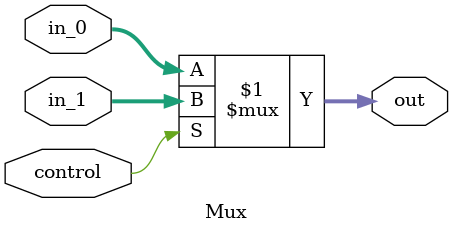
<source format=v>
module Mux #(parameter WIDTH=32)(
    input [WIDTH - 1 : 0] in_0,
    input [WIDTH - 1 : 0] in_1,
    input control,
    output [WIDTH - 1 : 0] out
    );

	assign out = control ? in_1 : in_0;

endmodule

</source>
